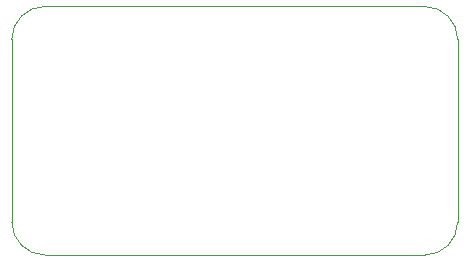
<source format=gbr>
%TF.GenerationSoftware,KiCad,Pcbnew,(7.0.0)*%
%TF.CreationDate,2023-06-22T14:20:15+03:00*%
%TF.ProjectId,Longle,4c6f6e67-6c65-42e6-9b69-6361645f7063,1.0*%
%TF.SameCoordinates,Original*%
%TF.FileFunction,Profile,NP*%
%FSLAX46Y46*%
G04 Gerber Fmt 4.6, Leading zero omitted, Abs format (unit mm)*
G04 Created by KiCad (PCBNEW (7.0.0)) date 2023-06-22 14:20:15*
%MOMM*%
%LPD*%
G01*
G04 APERTURE LIST*
%TA.AperFunction,Profile*%
%ADD10C,0.100000*%
%TD*%
G04 APERTURE END LIST*
D10*
X134512856Y-91155056D02*
X166674800Y-91160600D01*
X169468800Y-93954600D02*
G75*
G03*
X166674800Y-91160600I-2794000J0D01*
G01*
X131724428Y-109413272D02*
G75*
G03*
X134518400Y-112207272I2793972J-28D01*
G01*
X169468800Y-93954600D02*
X169468800Y-109423200D01*
X134512856Y-91155056D02*
G75*
G03*
X131718856Y-93949056I44J-2794044D01*
G01*
X166674800Y-112217200D02*
G75*
G03*
X169468800Y-109423200I0J2794000D01*
G01*
X166674800Y-112217200D02*
X134518400Y-112207272D01*
X131724400Y-109413272D02*
X131718856Y-93949056D01*
M02*

</source>
